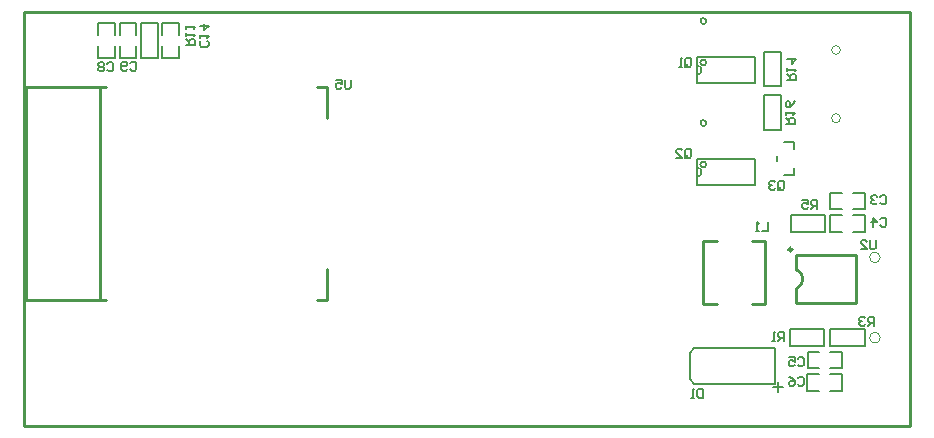
<source format=gbo>
G04*
G04 #@! TF.GenerationSoftware,Altium Limited,Altium Designer,20.0.13 (296)*
G04*
G04 Layer_Color=32896*
%FSLAX24Y24*%
%MOIN*%
G70*
G01*
G75*
%ADD10C,0.0079*%
%ADD11C,0.0100*%
%ADD12C,0.0059*%
%ADD14C,0.0050*%
%ADD15C,0.0002*%
D10*
X40550Y43400D02*
G03*
X40550Y43400I-98J0D01*
G01*
Y40000D02*
G03*
X40550Y40000I-98J0D01*
G01*
X42830Y31309D02*
Y32491D01*
X39995Y31467D02*
Y32333D01*
Y31467D02*
X40153Y31309D01*
X39995Y32333D02*
X40153Y32491D01*
Y31309D02*
X42830D01*
X40153Y32491D02*
X42830D01*
D11*
X43424Y35784D02*
G03*
X43424Y35784I-67J0D01*
G01*
X43566Y34485D02*
G03*
X43566Y35115I-148J315D01*
G01*
X20337Y41193D02*
X20538D01*
X27903Y40168D02*
Y41193D01*
X27574D02*
X27903D01*
X27574Y34100D02*
X27903D01*
Y35132D01*
X20337Y34100D02*
X20538D01*
X20337Y34107D02*
Y41193D01*
X17863Y34107D02*
Y41193D01*
X20403D01*
X17863Y34107D02*
X20409D01*
X42504Y33953D02*
X42504Y36079D01*
X40457D02*
X40457Y33953D01*
X40457Y36079D02*
X40897D01*
X42064D02*
X42504D01*
X42064Y33953D02*
X42504D01*
X40457D02*
X40897D01*
X43546Y35115D02*
Y35607D01*
Y33993D02*
Y34485D01*
X43546Y35607D02*
X45554D01*
Y33993D02*
Y35607D01*
X43546Y33993D02*
X45554D01*
X47331Y43678D02*
X47350D01*
X47331D02*
X47331Y29922D01*
X47350Y29900D01*
X17800Y43700D02*
X47328D01*
X17800D02*
X17800Y29900D01*
X47350D01*
D12*
X40550Y42022D02*
G03*
X40550Y42022I-98J0D01*
G01*
X40237Y41608D02*
G03*
X40237Y41923I0J157D01*
G01*
X40550Y38622D02*
G03*
X40550Y38622I-98J0D01*
G01*
X40237Y38208D02*
G03*
X40237Y38523I0J157D01*
G01*
X20286Y42927D02*
Y43325D01*
X20837D01*
Y42927D02*
Y43325D01*
X20286Y42175D02*
Y42573D01*
Y42175D02*
X20837D01*
Y42573D01*
X20999Y42927D02*
Y43325D01*
X21550D01*
Y42927D02*
Y43325D01*
X20999Y42175D02*
Y42573D01*
Y42175D02*
X21550D01*
Y42573D01*
X21712Y42175D02*
X22263D01*
X21712D02*
Y43325D01*
X22263Y42175D02*
Y43325D01*
X21712D02*
X22263D01*
X22424Y42927D02*
Y43325D01*
X22976D01*
Y42927D02*
Y43325D01*
X22424Y42175D02*
Y42573D01*
Y42175D02*
X22976D01*
Y42573D01*
X40231Y41333D02*
Y42199D01*
Y41333D02*
X42168D01*
Y42199D01*
X40231D02*
X42168D01*
X42474Y41224D02*
X43026D01*
X42474D02*
Y42374D01*
X43026Y41224D02*
Y42374D01*
X42474D02*
X43026D01*
X42474Y40924D02*
X43026D01*
Y39774D02*
Y40924D01*
X42474Y39774D02*
Y40924D01*
Y39774D02*
X43026D01*
X40231Y37933D02*
Y38799D01*
Y37933D02*
X42168D01*
Y38799D01*
X40231D02*
X42168D01*
X42907Y38747D02*
Y38905D01*
X43144Y38275D02*
X43459D01*
Y38511D01*
X43144Y39377D02*
X43459D01*
Y39141D02*
Y39377D01*
X43364Y36374D02*
Y36926D01*
X44514D01*
X43364Y36374D02*
X44514D01*
Y36926D01*
X45428D02*
X45826D01*
Y36374D02*
Y36926D01*
X45428Y36374D02*
X45826D01*
X44676Y36926D02*
X45074D01*
X44676Y36374D02*
Y36926D01*
Y36374D02*
X45074D01*
X45428Y37676D02*
X45826D01*
Y37124D02*
Y37676D01*
X45428Y37124D02*
X45826D01*
X44676Y37676D02*
X45074D01*
X44676Y37124D02*
Y37676D01*
Y37124D02*
X45074D01*
X43326Y32574D02*
Y33126D01*
X44476D01*
X43326Y32574D02*
X44476D01*
Y33126D01*
X44676Y32574D02*
Y33126D01*
X45826D01*
X44676Y32574D02*
X45826D01*
Y33126D01*
X44678Y32376D02*
X45076D01*
Y31824D02*
Y32376D01*
X44678Y31824D02*
X45076D01*
X43926Y32376D02*
X44324D01*
X43926Y31824D02*
Y32376D01*
Y31824D02*
X44324D01*
X44677Y31626D02*
X45075D01*
Y31074D02*
Y31626D01*
X44677Y31074D02*
X45075D01*
X43925Y31626D02*
X44323D01*
X43925Y31074D02*
Y31626D01*
Y31074D02*
X44323D01*
X42930Y31022D02*
Y31365D01*
X42759Y31193D02*
X43102D01*
D14*
X23916Y42752D02*
X23966Y42702D01*
Y42602D01*
X23916Y42552D01*
X23717D01*
X23667Y42602D01*
Y42702D01*
X23717Y42752D01*
X23667Y42852D02*
Y42952D01*
Y42902D01*
X23966D01*
X23916Y42852D01*
X23667Y43252D02*
X23966D01*
X23817Y43102D01*
Y43302D01*
X28700Y41450D02*
Y41200D01*
X28650Y41150D01*
X28550D01*
X28500Y41200D01*
Y41450D01*
X28200D02*
X28400D01*
Y41300D01*
X28300Y41350D01*
X28250D01*
X28200Y41300D01*
Y41200D01*
X28250Y41150D01*
X28350D01*
X28400Y41200D01*
X44250Y37150D02*
Y37450D01*
X44100D01*
X44050Y37400D01*
Y37300D01*
X44100Y37250D01*
X44250D01*
X44150D02*
X44050Y37150D01*
X43750Y37450D02*
X43950D01*
Y37300D01*
X43850Y37350D01*
X43800D01*
X43750Y37300D01*
Y37200D01*
X43800Y37150D01*
X43900D01*
X43950Y37200D01*
X39850Y38900D02*
Y39100D01*
X39900Y39150D01*
X40000D01*
X40050Y39100D01*
Y38900D01*
X40000Y38850D01*
X39900D01*
X39950Y38950D02*
X39850Y38850D01*
X39900D02*
X39850Y38900D01*
X39550Y38850D02*
X39750D01*
X39550Y39050D01*
Y39100D01*
X39600Y39150D01*
X39700D01*
X39750Y39100D01*
X39850Y41922D02*
Y42122D01*
X39900Y42172D01*
X40000D01*
X40050Y42122D01*
Y41922D01*
X40000Y41872D01*
X39900D01*
X39950Y41972D02*
X39850Y41872D01*
X39900D02*
X39850Y41922D01*
X39750Y41872D02*
X39650D01*
X39700D01*
Y42172D01*
X39750Y42122D01*
X42600Y36700D02*
Y36400D01*
X42400D01*
X42300D02*
X42200D01*
X42250D01*
Y36700D01*
X42300Y36650D01*
X40450Y31150D02*
Y30850D01*
X40300D01*
X40250Y30900D01*
Y31100D01*
X40300Y31150D01*
X40450D01*
X40150Y30850D02*
X40050D01*
X40100D01*
Y31150D01*
X40150Y31100D01*
X21350Y42000D02*
X21400Y42050D01*
X21500D01*
X21550Y42000D01*
Y41800D01*
X21500Y41750D01*
X21400D01*
X21350Y41800D01*
X21250D02*
X21200Y41750D01*
X21100D01*
X21050Y41800D01*
Y42000D01*
X21100Y42050D01*
X21200D01*
X21250Y42000D01*
Y41950D01*
X21200Y41900D01*
X21050D01*
X20587Y41978D02*
X20637Y42028D01*
X20737D01*
X20787Y41978D01*
Y41778D01*
X20737Y41728D01*
X20637D01*
X20587Y41778D01*
X20488Y41978D02*
X20438Y42028D01*
X20338D01*
X20288Y41978D01*
Y41928D01*
X20338Y41878D01*
X20288Y41828D01*
Y41778D01*
X20338Y41728D01*
X20438D01*
X20488Y41778D01*
Y41828D01*
X20438Y41878D01*
X20488Y41928D01*
Y41978D01*
X20438Y41878D02*
X20338D01*
X43600Y31500D02*
X43650Y31550D01*
X43750D01*
X43800Y31500D01*
Y31300D01*
X43750Y31250D01*
X43650D01*
X43600Y31300D01*
X43300Y31550D02*
X43400Y31500D01*
X43500Y31400D01*
Y31300D01*
X43450Y31250D01*
X43350D01*
X43300Y31300D01*
Y31350D01*
X43350Y31400D01*
X43500D01*
X43596Y32150D02*
X43646Y32200D01*
X43746D01*
X43796Y32150D01*
Y31950D01*
X43746Y31900D01*
X43646D01*
X43596Y31950D01*
X43296Y32200D02*
X43496D01*
Y32050D01*
X43396Y32100D01*
X43346D01*
X43296Y32050D01*
Y31950D01*
X43346Y31900D01*
X43446D01*
X43496Y31950D01*
X46346Y36800D02*
X46396Y36850D01*
X46496D01*
X46546Y36800D01*
Y36600D01*
X46496Y36550D01*
X46396D01*
X46346Y36600D01*
X46096Y36550D02*
Y36850D01*
X46246Y36700D01*
X46046D01*
X46346Y37550D02*
X46396Y37600D01*
X46496D01*
X46546Y37550D01*
Y37350D01*
X46496Y37300D01*
X46396D01*
X46346Y37350D01*
X46246Y37550D02*
X46196Y37600D01*
X46096D01*
X46046Y37550D01*
Y37500D01*
X46096Y37450D01*
X46146D01*
X46096D01*
X46046Y37400D01*
Y37350D01*
X46096Y37300D01*
X46196D01*
X46246Y37350D01*
X46200Y36100D02*
Y35850D01*
X46150Y35800D01*
X46050D01*
X46000Y35850D01*
Y36100D01*
X45700Y35800D02*
X45900D01*
X45700Y36000D01*
Y36050D01*
X45750Y36100D01*
X45850D01*
X45900Y36050D01*
X43250Y41425D02*
X43550D01*
Y41575D01*
X43500Y41625D01*
X43400D01*
X43350Y41575D01*
Y41425D01*
Y41525D02*
X43250Y41625D01*
Y41725D02*
Y41825D01*
Y41775D01*
X43550D01*
X43500Y41725D01*
X43250Y42125D02*
X43550D01*
X43400Y41975D01*
Y42175D01*
X43200Y39975D02*
X43500D01*
Y40125D01*
X43450Y40175D01*
X43350D01*
X43300Y40125D01*
Y39975D01*
Y40075D02*
X43200Y40175D01*
Y40275D02*
Y40375D01*
Y40325D01*
X43500D01*
X43450Y40275D01*
X43500Y40725D02*
X43450Y40625D01*
X43350Y40525D01*
X43250D01*
X43200Y40575D01*
Y40675D01*
X43250Y40725D01*
X43300D01*
X43350Y40675D01*
Y40525D01*
X23214Y42602D02*
X23513D01*
Y42752D01*
X23463Y42802D01*
X23363D01*
X23314Y42752D01*
Y42602D01*
Y42702D02*
X23214Y42802D01*
Y42902D02*
Y43002D01*
Y42952D01*
X23513D01*
X23463Y42902D01*
X23214Y43152D02*
Y43252D01*
Y43202D01*
X23513D01*
X23463Y43152D01*
X46154Y33250D02*
Y33550D01*
X46004D01*
X45954Y33500D01*
Y33400D01*
X46004Y33350D01*
X46154D01*
X46054D02*
X45954Y33250D01*
X45854Y33500D02*
X45804Y33550D01*
X45704D01*
X45654Y33500D01*
Y33450D01*
X45704Y33400D01*
X45754D01*
X45704D01*
X45654Y33350D01*
Y33300D01*
X45704Y33250D01*
X45804D01*
X45854Y33300D01*
X43150Y32750D02*
Y33050D01*
X43000D01*
X42950Y33000D01*
Y32900D01*
X43000Y32850D01*
X43150D01*
X43050D02*
X42950Y32750D01*
X42850D02*
X42750D01*
X42800D01*
Y33050D01*
X42850Y33000D01*
X42957Y37833D02*
Y38033D01*
X43007Y38083D01*
X43107D01*
X43157Y38033D01*
Y37833D01*
X43107Y37783D01*
X43007D01*
X43057Y37883D02*
X42957Y37783D01*
X43007D02*
X42957Y37833D01*
X42857Y38033D02*
X42808Y38083D01*
X42708D01*
X42658Y38033D01*
Y37983D01*
X42708Y37933D01*
X42758D01*
X42708D01*
X42658Y37883D01*
Y37833D01*
X42708Y37783D01*
X42808D01*
X42857Y37833D01*
D15*
X46348Y35523D02*
G03*
X46348Y35523I-177J0D01*
G01*
Y32846D02*
G03*
X46348Y32846I-177J0D01*
G01*
X45024Y42438D02*
G03*
X45024Y42438I-148J0D01*
G01*
Y40162D02*
G03*
X45024Y40162I-148J0D01*
G01*
M02*

</source>
